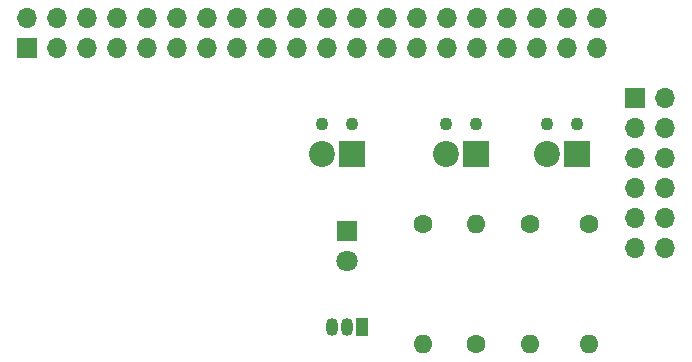
<source format=gbr>
%TF.GenerationSoftware,KiCad,Pcbnew,8.0.3*%
%TF.CreationDate,2024-07-21T00:31:23+02:00*%
%TF.ProjectId,ArmSoM_P2Pro_Interface,41726d53-6f4d-45f5-9032-50726f5f496e,rev?*%
%TF.SameCoordinates,Original*%
%TF.FileFunction,Soldermask,Bot*%
%TF.FilePolarity,Negative*%
%FSLAX46Y46*%
G04 Gerber Fmt 4.6, Leading zero omitted, Abs format (unit mm)*
G04 Created by KiCad (PCBNEW 8.0.3) date 2024-07-21 00:31:23*
%MOMM*%
%LPD*%
G01*
G04 APERTURE LIST*
%ADD10C,1.600000*%
%ADD11O,1.600000X1.600000*%
%ADD12C,1.100000*%
%ADD13R,2.200000X2.200000*%
%ADD14C,2.200000*%
%ADD15R,1.800000X1.800000*%
%ADD16C,1.800000*%
%ADD17R,1.050000X1.500000*%
%ADD18O,1.050000X1.500000*%
%ADD19R,1.700000X1.700000*%
%ADD20O,1.700000X1.700000*%
G04 APERTURE END LIST*
D10*
%TO.C,R2*%
X124500000Y-94920000D03*
D11*
X124500000Y-105080000D03*
%TD*%
D12*
%TO.C,J3*%
X104500000Y-86460000D03*
X101960000Y-86460000D03*
D13*
X104500000Y-89000000D03*
D14*
X101960000Y-89000000D03*
%TD*%
D15*
%TO.C,D1*%
X104000000Y-95500000D03*
D16*
X104000000Y-98040000D03*
%TD*%
D10*
%TO.C,R4*%
X110500000Y-94920000D03*
D11*
X110500000Y-105080000D03*
%TD*%
D10*
%TO.C,R3*%
X115000000Y-105080000D03*
D11*
X115000000Y-94920000D03*
%TD*%
D10*
%TO.C,R1*%
X119500000Y-94920000D03*
D11*
X119500000Y-105080000D03*
%TD*%
D17*
%TO.C,Q1*%
X105270000Y-103640000D03*
D18*
X104000000Y-103640000D03*
X102730000Y-103640000D03*
%TD*%
D12*
%TO.C,J1*%
X115000000Y-86460000D03*
X112460000Y-86460000D03*
D13*
X115000000Y-89000000D03*
D14*
X112460000Y-89000000D03*
%TD*%
D12*
%TO.C,J2*%
X123500000Y-86460000D03*
X120960000Y-86460000D03*
D13*
X123500000Y-89000000D03*
D14*
X120960000Y-89000000D03*
%TD*%
D19*
%TO.C,IC1*%
X76905011Y-80040000D03*
D20*
X76905011Y-77500000D03*
X79445011Y-80040000D03*
X79445011Y-77500000D03*
X81985011Y-80040000D03*
X81985011Y-77500000D03*
X84525011Y-80040000D03*
X84525011Y-77500000D03*
X87065011Y-80040000D03*
X87065011Y-77500000D03*
X89605011Y-80040000D03*
X89605011Y-77500000D03*
X92145011Y-80040000D03*
X92145011Y-77500000D03*
X94685011Y-80040000D03*
X94685011Y-77500000D03*
X97225011Y-80040000D03*
X97225011Y-77500000D03*
X99765011Y-80040000D03*
X99765011Y-77500000D03*
X102305011Y-80040000D03*
X102305011Y-77500000D03*
X104845011Y-80040000D03*
X104845011Y-77500000D03*
X107385011Y-80040000D03*
X107385011Y-77500000D03*
X109925011Y-80040000D03*
X109925011Y-77500000D03*
X112465011Y-80040000D03*
X112465011Y-77500000D03*
X115005011Y-80040000D03*
X115005011Y-77500000D03*
X117545011Y-80040000D03*
X117545011Y-77500000D03*
X120085011Y-80040000D03*
X120085011Y-77500000D03*
X122625011Y-80040000D03*
X122625011Y-77500000D03*
X125165011Y-80040000D03*
X125165011Y-77500000D03*
D19*
X128460000Y-84300000D03*
D20*
X131000000Y-84300000D03*
X128460000Y-86840000D03*
X131000000Y-86840000D03*
X128460000Y-89380000D03*
X131000000Y-89380000D03*
X128460000Y-91920000D03*
X131000000Y-91920000D03*
X128460000Y-94460000D03*
X131000000Y-94460000D03*
X128460000Y-97000000D03*
X131000000Y-97000000D03*
%TD*%
M02*

</source>
